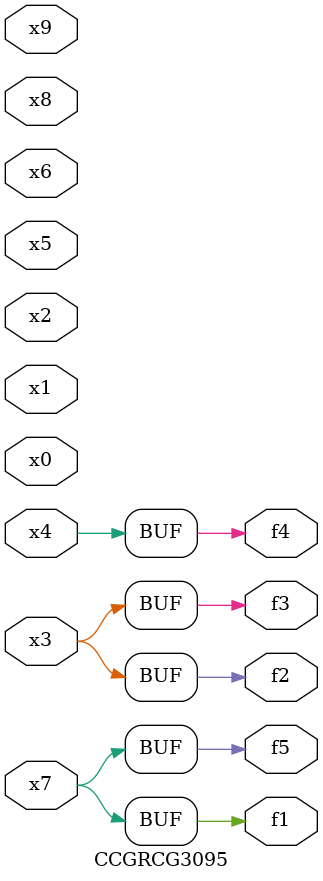
<source format=v>
module CCGRCG3095(
	input x0, x1, x2, x3, x4, x5, x6, x7, x8, x9,
	output f1, f2, f3, f4, f5
);
	assign f1 = x7;
	assign f2 = x3;
	assign f3 = x3;
	assign f4 = x4;
	assign f5 = x7;
endmodule

</source>
